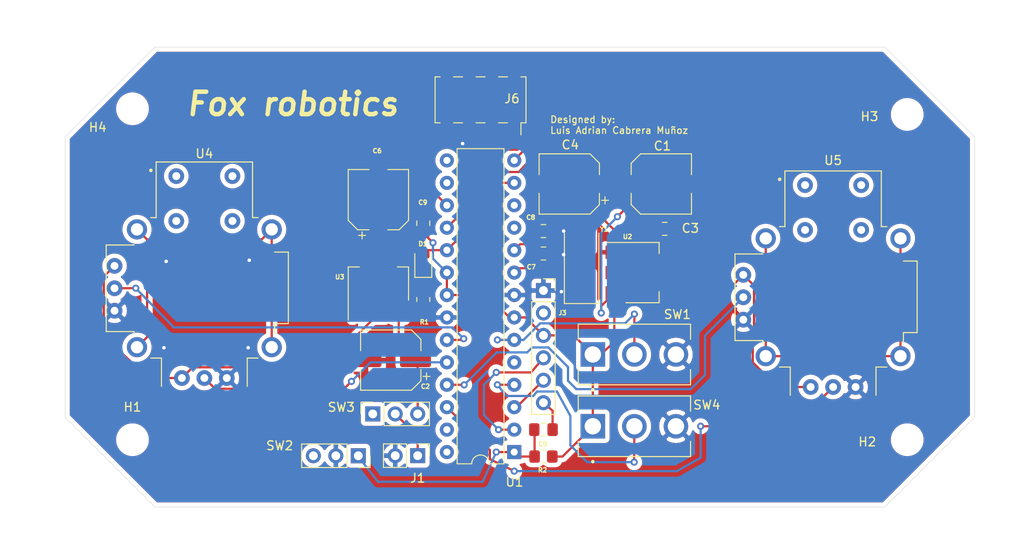
<source format=kicad_pcb>
(kicad_pcb (version 20171130) (host pcbnew "(5.1.12)-1")
  (layers (0 F.Cu signal) (31 B.Cu signal) (34 B.Paste user) (35 F.Paste user) (36 B.SilkS user) (37 F.SilkS user) (38 B.Mask user) (39 F.Mask user) (44 Edge.Cuts user))
  (net 0 "")
  (net 1 Xout_L)
  (net 2 "Net-(C2-Pad1)")
  (net 3 3.3v)
  (net 4 "Net-(C5-Pad1)")
  (net 5 DTR)
  (net 6 "Net-(C7-Pad2)")
  (net 7 "Net-(C8-Pad2)")
  (net 8 "Net-(D1-Pad1)")
  (net 9 SCK)
  (net 10 "Net-(J1-Pad1)")
  (net 11 Toogle_R)
  (net 12 "Net-(J3-Pad2)")
  (net 13 Rx)
  (net 14 Tx)
  (net 15 Toogle_L)
  (net 16 CE)
  (net 17 CSN)
  (net 18 MOSI)
  (net 19 MISO)
  (net 20 "Net-(U1-Pad15)")
  (net 21 "Net-(U1-Pad5)")
  (net 22 Yout_L)
  (net 23 "Net-(U1-Pad11)")
  (net 24 "Net-(U1-Pad12)")
  (net 25 Yout_R)
  (net 26 "Net-(U4-PadB1A)")
  (net 27 "Net-(U4-PadB2A)")
  (net 28 "Net-(U4-PadS1)")
  (net 29 "Net-(U5-PadS1)")
  (net 30 "Net-(U5-PadB2A)")
  (net 31 "Net-(U5-PadB1A)")
  (net 32 "Net-(SW3-Pad1)")
  (net 33 "Net-(U1-Pad16)")
  (net 34 "Net-(U1-Pad27)")
  (net 35 "Net-(U1-Pad28)")
  (net 36 Xout_R)
  (net 37 GND)
  (net 38 VCC)
  (net 39 "Net-(J6-Pad2)")
  (module MountingHole:MountingHole_2.7mm (layer F.Cu) (at 193.04 82.55)
    (fp_text reference H3 (at -4.2672 0.2413) (layer F.SilkS))
    (fp_text value MountingHole)
    (pad 1 np_thru_hole circle (at 0 0) (size 2.7 2.7) (drill 2.7) (layers *.Cu *.Mask))
  )
  (module MountingHole:MountingHole_2.7mm (layer F.Cu) (at 105.41 81.915)
    (fp_text reference H4 (at -3.937 2.0955) (layer F.SilkS))
    (fp_text value MountingHole)
    (pad 1 np_thru_hole circle (at 0 0) (size 2.7 2.7) (drill 2.7) (layers *.Cu *.Mask))
  )
  (module Capacitor_SMD:C_Elec_6.3x7.7 (layer F.Cu) (at 165.227 90.424)
    (fp_text reference C1 (at 0.127 -4.3053) (layer F.SilkS))
    (fp_text value 100uF)
    (pad 1 smd roundrect (at -2.5375 0) (size 3.325 1.6) (layers F.Cu F.Paste F.Mask) (roundrect_rratio 0.15625) (net 38 VCC))
    (pad 2 smd roundrect (at 2.5375 0) (size 3.325 1.6) (layers F.Cu F.Paste F.Mask) (roundrect_rratio 0.15625) (net 37 GND))
  )
  (module Capacitor_SMD:CP_Elec_6.3x5.4 (layer F.Cu) (at 134.62 110.363 180)
    (fp_text reference C2 (at -3.9243 -2.9845) (layer F.SilkS) (effects (font (size 0.508 0.508) (thickness 0.127))))
    (fp_text value 100uF)
    (pad 2 smd roundrect (at 2.8 0 180) (size 3.5 1.6) (layers F.Cu F.Paste F.Mask) (roundrect_rratio 0.15625) (net 37 GND))
    (pad 1 smd roundrect (at -2.8 0 180) (size 3.5 1.6) (layers F.Cu F.Paste F.Mask) (roundrect_rratio 0.15625) (net 2 "Net-(C2-Pad1)"))
  )
  (module Capacitor_SMD:C_0805_2012Metric_Pad1.18x1.45mm_HandSolder (layer F.Cu) (at 165.608 95.504)
    (fp_text reference C3 (at 2.9083 -0.0635) (layer F.SilkS))
    (fp_text value 0.1uF)
    (pad 1 smd roundrect (at -1.0375 0) (size 1.175 1.45) (layers F.Cu F.Paste F.Mask) (roundrect_rratio 0.212766) (net 3 3.3v))
    (pad 2 smd roundrect (at 1.0375 0) (size 1.175 1.45) (layers F.Cu F.Paste F.Mask) (roundrect_rratio 0.212766) (net 37 GND))
  )
  (module Capacitor_SMD:CP_Elec_6.3x5.4 (layer F.Cu) (at 154.813 90.424 180)
    (fp_text reference C4 (at -0.1143 4.4323) (layer F.SilkS))
    (fp_text value 100uF)
    (pad 1 smd roundrect (at -2.8 0 180) (size 3.5 1.6) (layers F.Cu F.Paste F.Mask) (roundrect_rratio 0.15625) (net 3 3.3v))
    (pad 2 smd roundrect (at 2.8 0 180) (size 3.5 1.6) (layers F.Cu F.Paste F.Mask) (roundrect_rratio 0.15625) (net 37 GND))
  )
  (module Capacitor_SMD:C_0805_2012Metric_Pad1.18x1.45mm_HandSolder (layer F.Cu) (at 151.892 118.237)
    (fp_text reference C5 (at -0.0635 1.6256) (layer F.SilkS) (effects (font (size 0.508 0.508) (thickness 0.127))))
    (fp_text value 0.1uF)
    (pad 1 smd roundrect (at -1.0375 0) (size 1.175 1.45) (layers F.Cu F.Paste F.Mask) (roundrect_rratio 0.212766) (net 4 "Net-(C5-Pad1)"))
    (pad 2 smd roundrect (at 1.0375 0) (size 1.175 1.45) (layers F.Cu F.Paste F.Mask) (roundrect_rratio 0.212766) (net 5 DTR))
  )
  (module Capacitor_SMD:CP_Elec_6.3x5.4 (layer F.Cu) (at 133.223 92.202 90)
    (fp_text reference C6 (at 5.5245 -0.1397 180) (layer F.SilkS) (effects (font (size 0.508 0.508) (thickness 0.127))))
    (fp_text value 100uF)
    (pad 1 smd roundrect (at -2.8 0 90) (size 3.5 1.6) (layers F.Cu F.Paste F.Mask) (roundrect_rratio 0.15625) (net 38 VCC))
    (pad 2 smd roundrect (at 2.8 0 90) (size 3.5 1.6) (layers F.Cu F.Paste F.Mask) (roundrect_rratio 0.15625) (net 37 GND))
  )
  (module Capacitor_SMD:C_0805_2012Metric_Pad1.18x1.45mm_HandSolder (layer F.Cu) (at 151.892 98.298 180)
    (fp_text reference C7 (at 1.3716 -1.524) (layer F.SilkS) (effects (font (size 0.508 0.508) (thickness 0.127))))
    (fp_text value 22pF)
    (pad 1 smd roundrect (at -1.0375 0 180) (size 1.175 1.45) (layers F.Cu F.Paste F.Mask) (roundrect_rratio 0.212766) (net 37 GND))
    (pad 2 smd roundrect (at 1.0375 0 180) (size 1.175 1.45) (layers F.Cu F.Paste F.Mask) (roundrect_rratio 0.212766) (net 6 "Net-(C7-Pad2)"))
  )
  (module Capacitor_SMD:C_0805_2012Metric_Pad1.18x1.45mm_HandSolder (layer F.Cu) (at 151.892 95.758 180)
    (fp_text reference C8 (at 1.4351 1.5494) (layer F.SilkS) (effects (font (size 0.508 0.508) (thickness 0.127))))
    (fp_text value 22pF)
    (pad 2 smd roundrect (at 1.0375 0 180) (size 1.175 1.45) (layers F.Cu F.Paste F.Mask) (roundrect_rratio 0.212766) (net 7 "Net-(C8-Pad2)"))
    (pad 1 smd roundrect (at -1.0375 0 180) (size 1.175 1.45) (layers F.Cu F.Paste F.Mask) (roundrect_rratio 0.212766) (net 37 GND))
  )
  (module Capacitor_SMD:C_0805_2012Metric_Pad1.18x1.45mm_HandSolder (layer F.Cu) (at 138.303 94.869 90)
    (fp_text reference C9 (at 2.3495 -0.0508 180) (layer F.SilkS) (effects (font (size 0.508 0.508) (thickness 0.127))))
    (fp_text value 0.1uF)
    (pad 2 smd roundrect (at 1.0375 0 90) (size 1.175 1.45) (layers F.Cu F.Paste F.Mask) (roundrect_rratio 0.212766) (net 37 GND))
    (pad 1 smd roundrect (at -1.0375 0 90) (size 1.175 1.45) (layers F.Cu F.Paste F.Mask) (roundrect_rratio 0.212766) (net 38 VCC))
  )
  (module LED_SMD:LED_0805_2012Metric (layer F.Cu) (at 138.303 99.314 90)
    (fp_text reference D1 (at 2.1082 -0.0508 180) (layer F.SilkS) (effects (font (size 0.508 0.508) (thickness 0.127))))
    (fp_text value LED)
    (pad 1 smd roundrect (at -0.9375 0 90) (size 0.975 1.4) (layers F.Cu F.Paste F.Mask) (net 8 "Net-(D1-Pad1)"))
    (pad 2 smd roundrect (at 0.9375 0 90) (size 0.975 1.4) (layers F.Cu F.Paste F.Mask) (net 9 SCK))
  )
  (module Resistor_SMD:R_0805_2012Metric_Pad1.20x1.40mm_HandSolder (layer F.Cu) (at 138.303 103.505 90)
    (fp_text reference R1 (at -2.5527 0.1143 180) (layer F.SilkS) (effects (font (size 0.508 0.508) (thickness 0.127))))
    (fp_text value 200)
    (pad 1 smd roundrect (at -1 0 90) (size 1.2 1.4) (layers F.Cu F.Paste F.Mask) (roundrect_rratio 0.208333) (net 37 GND))
    (pad 2 smd roundrect (at 1 0 90) (size 1.2 1.4) (layers F.Cu F.Paste F.Mask) (roundrect_rratio 0.208333) (net 8 "Net-(D1-Pad1)"))
  )
  (module Resistor_SMD:R_0805_2012Metric_Pad1.20x1.40mm_HandSolder (layer F.Cu) (at 151.892 121.285 180)
    (fp_text reference R2 (at 0.1016 -1.5367) (layer F.SilkS) (effects (font (size 0.508 0.508) (thickness 0.127))))
    (fp_text value 10k)
    (pad 2 smd roundrect (at 1 0 180) (size 1.2 1.4) (layers F.Cu F.Paste F.Mask) (roundrect_rratio 0.208333) (net 4 "Net-(C5-Pad1)"))
    (pad 1 smd roundrect (at -1 0 180) (size 1.2 1.4) (layers F.Cu F.Paste F.Mask) (roundrect_rratio 0.208333) (net 38 VCC))
  )
  (module Package_DIP:DIP-28_W7.62mm (layer F.Cu) (at 148.59 120.777 180)
    (fp_text reference U1 (at -0.0254 -3.3909) (layer F.SilkS))
    (fp_text value ATmega328-PU)
    (pad 1 thru_hole rect (at 0 0 180) (size 1.6 1.6) (drill 0.8) (layers *.Cu *.Mask) (net 4 "Net-(C5-Pad1)"))
    (pad 15 thru_hole oval (at 7.62 33.02 180) (size 1.6 1.6) (drill 0.8) (layers *.Cu *.Mask) (net 20 "Net-(U1-Pad15)"))
    (pad 2 thru_hole oval (at 0 2.54 180) (size 1.6 1.6) (drill 0.8) (layers *.Cu *.Mask) (net 13 Rx))
    (pad 16 thru_hole oval (at 7.62 30.48 180) (size 1.6 1.6) (drill 0.8) (layers *.Cu *.Mask) (net 33 "Net-(U1-Pad16)"))
    (pad 3 thru_hole oval (at 0 5.08 180) (size 1.6 1.6) (drill 0.8) (layers *.Cu *.Mask) (net 14 Tx))
    (pad 17 thru_hole oval (at 7.62 27.94 180) (size 1.6 1.6) (drill 0.8) (layers *.Cu *.Mask) (net 18 MOSI))
    (pad 4 thru_hole oval (at 0 7.62 180) (size 1.6 1.6) (drill 0.8) (layers *.Cu *.Mask) (net 15 Toogle_L))
    (pad 18 thru_hole oval (at 7.62 25.4 180) (size 1.6 1.6) (drill 0.8) (layers *.Cu *.Mask) (net 19 MISO))
    (pad 5 thru_hole oval (at 0 10.16 180) (size 1.6 1.6) (drill 0.8) (layers *.Cu *.Mask) (net 21 "Net-(U1-Pad5)"))
    (pad 19 thru_hole oval (at 7.62 22.86 180) (size 1.6 1.6) (drill 0.8) (layers *.Cu *.Mask) (net 9 SCK))
    (pad 6 thru_hole oval (at 0 12.7 180) (size 1.6 1.6) (drill 0.8) (layers *.Cu *.Mask) (net 11 Toogle_R))
    (pad 20 thru_hole oval (at 7.62 20.32 180) (size 1.6 1.6) (drill 0.8) (layers *.Cu *.Mask) (net 38 VCC))
    (pad 7 thru_hole oval (at 0 15.24 180) (size 1.6 1.6) (drill 0.8) (layers *.Cu *.Mask) (net 38 VCC))
    (pad 21 thru_hole oval (at 7.62 17.78 180) (size 1.6 1.6) (drill 0.8) (layers *.Cu *.Mask) (net 38 VCC))
    (pad 8 thru_hole oval (at 0 17.78 180) (size 1.6 1.6) (drill 0.8) (layers *.Cu *.Mask) (net 37 GND))
    (pad 22 thru_hole oval (at 7.62 15.24 180) (size 1.6 1.6) (drill 0.8) (layers *.Cu *.Mask) (net 37 GND))
    (pad 9 thru_hole oval (at 0 20.32 180) (size 1.6 1.6) (drill 0.8) (layers *.Cu *.Mask) (net 6 "Net-(C7-Pad2)"))
    (pad 23 thru_hole oval (at 7.62 12.7 180) (size 1.6 1.6) (drill 0.8) (layers *.Cu *.Mask) (net 1 Xout_L))
    (pad 10 thru_hole oval (at 0 22.86 180) (size 1.6 1.6) (drill 0.8) (layers *.Cu *.Mask) (net 7 "Net-(C8-Pad2)"))
    (pad 24 thru_hole oval (at 7.62 10.16 180) (size 1.6 1.6) (drill 0.8) (layers *.Cu *.Mask) (net 22 Yout_L))
    (pad 11 thru_hole oval (at 0 25.4 180) (size 1.6 1.6) (drill 0.8) (layers *.Cu *.Mask) (net 23 "Net-(U1-Pad11)"))
    (pad 25 thru_hole oval (at 7.62 7.62 180) (size 1.6 1.6) (drill 0.8) (layers *.Cu *.Mask) (net 36 Xout_R))
    (pad 12 thru_hole oval (at 0 27.94 180) (size 1.6 1.6) (drill 0.8) (layers *.Cu *.Mask) (net 24 "Net-(U1-Pad12)"))
    (pad 26 thru_hole oval (at 7.62 5.08 180) (size 1.6 1.6) (drill 0.8) (layers *.Cu *.Mask) (net 25 Yout_R))
    (pad 13 thru_hole oval (at 0 30.48 180) (size 1.6 1.6) (drill 0.8) (layers *.Cu *.Mask) (net 16 CE))
    (pad 27 thru_hole oval (at 7.62 2.54 180) (size 1.6 1.6) (drill 0.8) (layers *.Cu *.Mask) (net 34 "Net-(U1-Pad27)"))
    (pad 14 thru_hole oval (at 0 33.02 180) (size 1.6 1.6) (drill 0.8) (layers *.Cu *.Mask) (net 17 CSN))
    (pad 28 thru_hole oval (at 7.62 0 180) (size 1.6 1.6) (drill 0.8) (layers *.Cu *.Mask) (net 35 "Net-(U1-Pad28)"))
  )
  (module Package_TO_SOT_SMD:SOT-223-3_TabPin2 (layer F.Cu) (at 163.068 100.457)
    (fp_text reference U2 (at -1.6637 -4.064) (layer F.SilkS) (effects (font (size 0.508 0.508) (thickness 0.127))))
    (fp_text value AMS1117-3.3)
    (pad 1 smd rect (at -3.15 -2.3) (size 2 1.5) (layers F.Cu F.Paste F.Mask) (net 37 GND))
    (pad 3 smd rect (at -3.15 2.3) (size 2 1.5) (layers F.Cu F.Paste F.Mask) (net 38 VCC))
    (pad 2 smd rect (at -3.15 0) (size 2 1.5) (layers F.Cu F.Paste F.Mask) (net 3 3.3v))
    (pad 2 smd rect (at 3.15 0) (size 2 3.8) (layers F.Cu F.Paste F.Mask) (net 3 3.3v))
  )
  (module Package_TO_SOT_SMD:SOT-223-3_TabPin2 (layer F.Cu) (at 133.223 101.727 90)
    (fp_text reference U3 (at 0.7747 -4.3688 180) (layer F.SilkS) (effects (font (size 0.508 0.508) (thickness 0.127))))
    (fp_text value AMS1117-5.0)
    (pad 2 smd rect (at 3.15 0 90) (size 2 3.8) (layers F.Cu F.Paste F.Mask) (net 38 VCC))
    (pad 2 smd rect (at -3.15 0 90) (size 2 1.5) (layers F.Cu F.Paste F.Mask) (net 38 VCC))
    (pad 3 smd rect (at -3.15 2.3 90) (size 2 1.5) (layers F.Cu F.Paste F.Mask) (net 2 "Net-(C2-Pad1)"))
    (pad 1 smd rect (at -3.15 -2.3 90) (size 2 1.5) (layers F.Cu F.Paste F.Mask) (net 37 GND))
  )
  (module Footprint_Transmisor:XDCR_COM-09032 (layer F.Cu) (at 113.538 102.235)
    (fp_text reference U4 (at 0 -15.24) (layer F.SilkS))
    (fp_text value JOYSTICK_L)
    (pad B1A thru_hole circle (at -3.175 -12.7) (size 1.778 1.778) (drill 0.9) (layers *.Cu *.Mask) (net 26 "Net-(U4-PadB1A)"))
    (pad B1B thru_hole circle (at 3.175 -12.7) (size 1.778 1.778) (drill 0.9) (layers *.Cu *.Mask))
    (pad B2A thru_hole circle (at -3.175 -7.62) (size 1.778 1.778) (drill 0.9) (layers *.Cu *.Mask) (net 27 "Net-(U4-PadB2A)"))
    (pad B2B thru_hole circle (at 3.175 -7.62) (size 1.778 1.778) (drill 0.9) (layers *.Cu *.Mask))
    (pad H1 thru_hole circle (at -2.54 10.16) (size 1.778 1.778) (drill 0.889) (layers *.Cu *.Mask) (net 38 VCC))
    (pad H2 thru_hole circle (at 0 10.16) (size 1.778 1.778) (drill 0.889) (layers *.Cu *.Mask) (net 22 Yout_L))
    (pad H3 thru_hole circle (at 2.54 10.16) (size 1.778 1.778) (drill 0.889) (layers *.Cu *.Mask) (net 37 GND))
    (pad S1 thru_hole circle (at -7.62 -6.6675) (size 2.286 2.286) (drill 1.397) (layers *.Cu *.Mask) (net 28 "Net-(U4-PadS1)"))
    (pad S2 thru_hole circle (at -7.62 6.6675) (size 2.286 2.286) (drill 1.397) (layers *.Cu *.Mask) (net 28 "Net-(U4-PadS1)"))
    (pad S3 thru_hole circle (at 7.62 6.6675) (size 2.286 2.286) (drill 1.397) (layers *.Cu *.Mask) (net 28 "Net-(U4-PadS1)"))
    (pad S4 thru_hole circle (at 7.62 -6.6675) (size 2.286 2.286) (drill 1.397) (layers *.Cu *.Mask) (net 28 "Net-(U4-PadS1)"))
    (pad V1 thru_hole circle (at -10.16 -2.54) (size 1.778 1.778) (drill 0.889) (layers *.Cu *.Mask) (net 38 VCC))
    (pad V2 thru_hole circle (at -10.16 0) (size 1.778 1.778) (drill 0.889) (layers *.Cu *.Mask) (net 1 Xout_L))
    (pad V3 thru_hole circle (at -10.16 2.54) (size 1.778 1.778) (drill 0.889) (layers *.Cu *.Mask) (net 37 GND))
  )
  (module Footprint_Transmisor:XDCR_COM-09032 (layer F.Cu) (at 184.658 103.251)
    (fp_text reference U5 (at 0 -15.494) (layer F.SilkS))
    (fp_text value JOYSTICK_R)
    (pad V3 thru_hole circle (at -10.16 2.54) (size 1.778 1.778) (drill 0.889) (layers *.Cu *.Mask) (net 37 GND))
    (pad V2 thru_hole circle (at -10.16 0) (size 1.778 1.778) (drill 0.889) (layers *.Cu *.Mask) (net 36 Xout_R))
    (pad V1 thru_hole circle (at -10.16 -2.54) (size 1.778 1.778) (drill 0.889) (layers *.Cu *.Mask) (net 38 VCC))
    (pad S4 thru_hole circle (at 7.62 -6.6675) (size 2.286 2.286) (drill 1.397) (layers *.Cu *.Mask) (net 29 "Net-(U5-PadS1)"))
    (pad S3 thru_hole circle (at 7.62 6.6675) (size 2.286 2.286) (drill 1.397) (layers *.Cu *.Mask) (net 29 "Net-(U5-PadS1)"))
    (pad S2 thru_hole circle (at -7.62 6.6675) (size 2.286 2.286) (drill 1.397) (layers *.Cu *.Mask) (net 29 "Net-(U5-PadS1)"))
    (pad S1 thru_hole circle (at -7.62 -6.6675) (size 2.286 2.286) (drill 1.397) (layers *.Cu *.Mask) (net 29 "Net-(U5-PadS1)"))
    (pad H3 thru_hole circle (at 2.54 10.16) (size 1.778 1.778) (drill 0.889) (layers *.Cu *.Mask) (net 37 GND))
    (pad H2 thru_hole circle (at 0 10.16) (size 1.778 1.778) (drill 0.889) (layers *.Cu *.Mask) (net 25 Yout_R))
    (pad H1 thru_hole circle (at -2.54 10.16) (size 1.778 1.778) (drill 0.889) (layers *.Cu *.Mask) (net 38 VCC))
    (pad B2B thru_hole circle (at 3.175 -7.62) (size 1.778 1.778) (drill 0.9) (layers *.Cu *.Mask))
    (pad B2A thru_hole circle (at -3.175 -7.62) (size 1.778 1.778) (drill 0.9) (layers *.Cu *.Mask) (net 30 "Net-(U5-PadB2A)"))
    (pad B1B thru_hole circle (at 3.175 -12.7) (size 1.778 1.778) (drill 0.9) (layers *.Cu *.Mask))
    (pad B1A thru_hole circle (at -3.175 -12.7) (size 1.778 1.778) (drill 0.9) (layers *.Cu *.Mask) (net 31 "Net-(U5-PadB1A)"))
  )
  (module Connector_PinHeader_2.54mm:PinHeader_1x02_P2.54mm_Vertical (layer F.Cu) (at 137.668 121.1834 270)
    (fp_text reference J1 (at 2.54 0 180) (layer F.SilkS))
    (fp_text value Battery)
    (pad 1 thru_hole rect (at 0 0 270) (size 1.7 1.7) (drill 1) (layers *.Cu *.Mask) (net 10 "Net-(J1-Pad1)"))
    (pad 2 thru_hole oval (at 0 2.54 270) (size 1.7 1.7) (drill 1) (layers *.Cu *.Mask) (net 37 GND))
  )
  (module Connector_PinSocket_2.54mm:PinSocket_1x06_P2.54mm_Vertical (layer F.Cu) (at 151.892 102.489)
    (fp_text reference J3 (at 2.159 2.5273) (layer F.SilkS) (effects (font (size 0.508 0.508) (thickness 0.127))))
    (fp_text value Conn_01x06_Male)
    (pad 1 thru_hole rect (at 0 0) (size 1.7 1.7) (drill 1) (layers *.Cu *.Mask) (net 37 GND))
    (pad 2 thru_hole oval (at 0 2.54) (size 1.7 1.7) (drill 1) (layers *.Cu *.Mask) (net 12 "Net-(J3-Pad2)"))
    (pad 3 thru_hole oval (at 0 5.08) (size 1.7 1.7) (drill 1) (layers *.Cu *.Mask) (net 38 VCC))
    (pad 4 thru_hole oval (at 0 7.62) (size 1.7 1.7) (drill 1) (layers *.Cu *.Mask) (net 13 Rx))
    (pad 5 thru_hole oval (at 0 10.16) (size 1.7 1.7) (drill 1) (layers *.Cu *.Mask) (net 14 Tx))
    (pad 6 thru_hole oval (at 0 12.7) (size 1.7 1.7) (drill 1) (layers *.Cu *.Mask) (net 5 DTR))
  )
  (module Connector_PinSocket_2.54mm:PinSocket_2x04_P2.54mm_Vertical_SMD (layer F.Cu) (at 144.78 80.899 270)
    (fp_text reference J6 (at -0.127 -3.556 180) (layer F.SilkS))
    (fp_text value Conn_01x08_Male)
    (pad 1 smd rect (at 2.52 -3.81 270) (size 3 1) (layers F.Cu F.Paste F.Mask) (net 19 MISO))
    (pad 2 smd rect (at -2.52 -3.81 270) (size 3 1) (layers F.Cu F.Paste F.Mask) (net 39 "Net-(J6-Pad2)"))
    (pad 3 smd rect (at 2.52 -1.27 270) (size 3 1) (layers F.Cu F.Paste F.Mask) (net 9 SCK))
    (pad 4 smd rect (at -2.52 -1.27 270) (size 3 1) (layers F.Cu F.Paste F.Mask) (net 18 MOSI))
    (pad 5 smd rect (at 2.52 1.27 270) (size 3 1) (layers F.Cu F.Paste F.Mask) (net 16 CE))
    (pad 6 smd rect (at -2.52 1.27 270) (size 3 1) (layers F.Cu F.Paste F.Mask) (net 17 CSN))
    (pad 7 smd rect (at 2.52 3.81 270) (size 3 1) (layers F.Cu F.Paste F.Mask) (net 37 GND))
    (pad 8 smd rect (at -2.52 3.81 270) (size 3 1) (layers F.Cu F.Paste F.Mask) (net 3 3.3v))
  )
  (module Connector_PinSocket_2.54mm:PinSocket_1x03_P2.54mm_Vertical (layer F.Cu) (at 130.9497 121.1961 270)
    (fp_text reference SW2 (at -1.143 8.89 180) (layer F.SilkS))
    (fp_text value SW_Push)
    (pad 3 thru_hole oval (at 0 5.08 270) (size 1.7 1.7) (drill 1) (layers *.Cu *.Mask))
    (pad 2 thru_hole oval (at 0 2.54 270) (size 1.7 1.7) (drill 1) (layers *.Cu *.Mask) (net 37 GND))
    (pad 1 thru_hole rect (at 0 0 270) (size 1.7 1.7) (drill 1) (layers *.Cu *.Mask) (net 4 "Net-(C5-Pad1)"))
  )
  (module Connector_PinSocket_2.54mm:PinSocket_1x03_P2.54mm_Vertical (layer F.Cu) (at 132.588 116.459 90)
    (fp_text reference SW3 (at 0.762 -3.556 180) (layer F.SilkS))
    (fp_text value SW_SPDT)
    (pad 1 thru_hole rect (at 0 0 90) (size 1.7 1.7) (drill 1) (layers *.Cu *.Mask) (net 32 "Net-(SW3-Pad1)"))
    (pad 2 thru_hole oval (at 0 2.54 90) (size 1.7 1.7) (drill 1) (layers *.Cu *.Mask) (net 10 "Net-(J1-Pad1)"))
    (pad 3 thru_hole oval (at 0 5.08 90) (size 1.7 1.7) (drill 1) (layers *.Cu *.Mask) (net 2 "Net-(C2-Pad1)"))
  )
  (module Crystal:Crystal_SMD_0603-2Pin_6.0x3.5mm_HandSoldering (layer F.Cu) (at 156.21 99.187 90)
    (fp_text reference Y1 (at 3.6322 2.54 180) (layer F.SilkS) (effects (font (size 0.508 0.508) (thickness 0.127))))
    (fp_text value Crystal)
    (pad 1 smd rect (at -2.9125 0 90) (size 3.325 2.5) (layers F.Cu F.Paste F.Mask) (net 6 "Net-(C7-Pad2)"))
    (pad 2 smd rect (at 2.9125 0 90) (size 3.325 2.5) (layers F.Cu F.Paste F.Mask) (net 7 "Net-(C8-Pad2)"))
  )
  (module Footprint_Transmisor:SW_100SP1T1B4M2QE (layer F.Cu) (at 162.179 109.728 90)
    (fp_text reference SW1 (at 4.5339 4.8641 180) (layer F.SilkS))
    (fp_text value SW_SPDT)
    (pad 3 thru_hole circle (at 0 4.7 90) (size 2.775 2.775) (drill 1.85) (layers *.Cu *.Mask) (net 37 GND))
    (pad 2 thru_hole circle (at 0 0 90) (size 2.775 2.775) (drill 1.85) (layers *.Cu *.Mask) (net 11 Toogle_R))
    (pad 1 thru_hole rect (at 0 -4.7 90) (size 2.775 2.775) (drill 1.85) (layers *.Cu *.Mask) (net 38 VCC))
  )
  (module Footprint_Transmisor:SW_100SP1T1B4M2QE (layer F.Cu) (at 162.179 117.856 90)
    (fp_text reference SW4 (at 2.413 8.1915 180) (layer F.SilkS))
    (fp_text value SW_SPDT)
    (pad 1 thru_hole rect (at 0 -4.7 90) (size 2.775 2.775) (drill 1.85) (layers *.Cu *.Mask) (net 38 VCC))
    (pad 2 thru_hole circle (at 0 0 90) (size 2.775 2.775) (drill 1.85) (layers *.Cu *.Mask) (net 15 Toogle_L))
    (pad 3 thru_hole circle (at 0 4.7 90) (size 2.775 2.775) (drill 1.85) (layers *.Cu *.Mask) (net 37 GND))
  )
  (module MountingHole:MountingHole_2.7mm (layer F.Cu) (at 105.41 119.38)
    (fp_text reference H1 (at 0 -3.7) (layer F.SilkS))
    (fp_text value MountingHole)
    (pad 1 np_thru_hole circle (at 0 0) (size 2.7 2.7) (drill 2.7) (layers *.Cu *.Mask))
  )
  (module MountingHole:MountingHole_2.7mm (layer F.Cu) (at 193.04 119.38)
    (fp_text reference H2 (at -4.5212 0.2413) (layer F.SilkS))
    (fp_text value MountingHole)
    (pad 1 np_thru_hole circle (at 0 0) (size 2.7 2.7) (drill 2.7) (layers *.Cu *.Mask))
  )
  (gr_line (start 200.66 116.84) (end 200.66 85.09) (layer Edge.Cuts) (width 0.05))
  (gr_line (start 97.79 85.09) (end 97.79 116.84) (layer Edge.Cuts) (width 0.05))
  (gr_line (start 190.5 74.93) (end 107.95 74.93) (layer Edge.Cuts) (width 0.05))
  (gr_line (start 107.95 127) (end 190.5 127) (layer Edge.Cuts) (width 0.05))
  (gr_line (start 200.66 85.09) (end 190.5 74.93) (layer Edge.Cuts) (width 0.05))
  (gr_line (start 200.66 116.84) (end 190.5 127) (layer Edge.Cuts) (width 0.05))
  (gr_line (start 107.95 74.93) (end 97.79 85.09) (layer Edge.Cuts) (width 0.05))
  (gr_line (start 107.95 127) (end 97.79 116.84) (layer Edge.Cuts) (width 0.05))
  (gr_text "Fox robotics" (at 123.5456 81.3689) (layer F.SilkS) (effects (font (size 2.54 2.54) (thickness 0.508) italic)))
  (gr_text "Designed by:\nLuis Adrian Cabrera Muñoz" (at 152.5905 83.7438) (layer F.SilkS) (effects (font (size 0.762 0.762) (thickness 0.127)) (justify left)))
  (via (at 142.875 107.95) (size 0.8) (drill 0.4) (layers F.Cu B.Cu) (net 1))
  (segment (start 142.748 108.077) (end 142.875 107.95) (width 0.25) (layer F.Cu) (net 1))
  (segment (start 140.97 108.077) (end 142.748 108.077) (width 0.25) (layer F.Cu) (net 1))
  (segment (start 141.587001 106.662001) (end 110.109 106.662001) (width 0.25) (layer B.Cu) (net 1))
  (segment (start 142.875 107.95) (end 141.587001 106.662001) (width 0.25) (layer B.Cu) (net 1))
  (segment (start 105.7783 102.2223) (end 103.378 102.235) (width 0.25) (layer F.Cu) (net 1))
  (segment (start 110.091001 106.662001) (end 105.7783 102.2223) (width 0.25) (layer B.Cu) (net 1))
  (via (at 105.7783 102.2223) (size 0.8) (drill 0.4) (layers F.Cu B.Cu) (net 1))
  (segment (start 135.89 104.877) (end 135.89 104.40563) (width 0.25) (layer F.Cu) (net 2))
  (segment (start 137.668 110.611) (end 137.42 110.363) (width 0.25) (layer F.Cu) (net 2))
  (segment (start 137.668 116.459) (end 137.668 110.611) (width 0.25) (layer F.Cu) (net 2))
  (segment (start 138.19 109.593) (end 137.42 110.363) (width 0.25) (layer F.Cu) (net 2))
  (segment (start 135.523 108.466) (end 137.42 110.363) (width 0.25) (layer F.Cu) (net 2))
  (segment (start 135.523 104.877) (end 135.523 108.466) (width 0.25) (layer F.Cu) (net 2))
  (segment (start 166.218 100.457) (end 159.918 100.457) (width 0.25) (layer F.Cu) (net 3))
  (segment (start 158.877 91.688) (end 157.613 90.424) (width 0.25) (layer F.Cu) (net 3))
  (segment (start 166.218 97.1515) (end 164.5705 95.504) (width 0.25) (layer F.Cu) (net 3))
  (segment (start 166.218 100.457) (end 166.218 97.1515) (width 0.25) (layer F.Cu) (net 3))
  (segment (start 159.766 95.504) (end 158.877 94.615) (width 0.25) (layer F.Cu) (net 3))
  (segment (start 164.5705 95.504) (end 159.766 95.504) (width 0.25) (layer F.Cu) (net 3))
  (segment (start 158.877 94.615) (end 158.877 91.688) (width 0.25) (layer F.Cu) (net 3))
  (segment (start 140.97 78.379) (end 143.245011 80.654011) (width 0.25) (layer F.Cu) (net 3))
  (segment (start 147.3708 86.5378) (end 146.95002 86.95858) (width 0.25) (layer F.Cu) (net 3))
  (segment (start 143.245011 80.654011) (end 149.046423 80.654011) (width 0.25) (layer F.Cu) (net 3))
  (segment (start 149.046423 80.654011) (end 149.865011 81.472599) (width 0.25) (layer F.Cu) (net 3))
  (segment (start 158.6357 87.4395) (end 158.6357 89.0397) (width 0.25) (layer F.Cu) (net 3))
  (segment (start 149.865011 81.472599) (end 149.865011 85.656489) (width 0.25) (layer F.Cu) (net 3))
  (segment (start 146.95002 86.95858) (end 146.95002 88.28872) (width 0.25) (layer F.Cu) (net 3))
  (segment (start 158.6357 89.0397) (end 157.613 90.424) (width 0.25) (layer F.Cu) (net 3))
  (segment (start 157.5689 86.4489) (end 158.6357 87.4395) (width 0.25) (layer F.Cu) (net 3))
  (segment (start 148.971 86.5378) (end 147.3708 86.5378) (width 0.25) (layer F.Cu) (net 3))
  (segment (start 149.865011 85.656489) (end 148.971 86.5378) (width 0.25) (layer F.Cu) (net 3))
  (segment (start 146.95002 88.28872) (end 147.5994 89.0651) (width 0.25) (layer F.Cu) (net 3))
  (segment (start 147.5994 89.0651) (end 149.1107 89.0651) (width 0.25) (layer F.Cu) (net 3))
  (segment (start 150.9141 86.5886) (end 157.5689 86.4489) (width 0.25) (layer F.Cu) (net 3))
  (segment (start 149.1107 89.0651) (end 150.9141 87.097902) (width 0.25) (layer F.Cu) (net 3))
  (segment (start 150.9141 87.097902) (end 150.9141 86.5886) (width 0.25) (layer F.Cu) (net 3))
  (segment (start 149.098 121.285) (end 148.59 120.777) (width 0.25) (layer F.Cu) (net 4))
  (segment (start 150.892 121.285) (end 149.098 121.285) (width 0.25) (layer F.Cu) (net 4))
  (segment (start 150.892 118.2745) (end 150.8545 118.237) (width 0.25) (layer F.Cu) (net 4))
  (segment (start 150.892 121.285) (end 150.892 118.2745) (width 0.25) (layer F.Cu) (net 4))
  (via (at 146.558 120.777) (size 0.8) (drill 0.4) (layers F.Cu B.Cu) (net 4))
  (segment (start 148.59 120.777) (end 146.558 120.777) (width 0.25) (layer F.Cu) (net 4))
  (segment (start 133.1849 124.1425) (end 130.8735 121.1961) (width 0.25) (layer B.Cu) (net 4))
  (segment (start 145.0213 124.1425) (end 133.1849 124.1425) (width 0.25) (layer B.Cu) (net 4))
  (segment (start 146.558 120.777) (end 145.0213 124.1425) (width 0.25) (layer B.Cu) (net 4))
  (segment (start 152.9295 116.09809) (end 151.892 115.189) (width 0.25) (layer F.Cu) (net 5))
  (segment (start 152.9295 118.237) (end 152.9295 116.09809) (width 0.25) (layer F.Cu) (net 5))
  (segment (start 150.8545 98.298) (end 150.749 98.298) (width 0.25) (layer F.Cu) (net 6))
  (segment (start 156.21 102.0995) (end 156.21 101.6635) (width 0.25) (layer F.Cu) (net 6))
  (segment (start 156.21 101.6635) (end 154.5082 99.9617) (width 0.25) (layer F.Cu) (net 6))
  (segment (start 149.0853 99.9617) (end 148.59 100.457) (width 0.25) (layer F.Cu) (net 6))
  (segment (start 154.5082 99.9617) (end 149.0853 99.9617) (width 0.25) (layer F.Cu) (net 6))
  (segment (start 150.8545 98.298) (end 150.8545 98.7083) (width 0.25) (layer F.Cu) (net 6))
  (segment (start 150.8545 98.7083) (end 151.5491 99.4029) (width 0.25) (layer F.Cu) (net 6))
  (segment (start 151.5491 99.4029) (end 155.702 99.4029) (width 0.25) (layer F.Cu) (net 6))
  (segment (start 156.21 99.9109) (end 156.21 102.0995) (width 0.25) (layer F.Cu) (net 6))
  (segment (start 155.702 99.4029) (end 156.21 99.9109) (width 0.25) (layer F.Cu) (net 6))
  (segment (start 149.25901 97.24799) (end 148.59 97.917) (width 0.25) (layer F.Cu) (net 7))
  (segment (start 155.23651 97.24799) (end 149.25901 97.24799) (width 0.25) (layer F.Cu) (net 7))
  (segment (start 156.21 96.2745) (end 155.23651 97.24799) (width 0.25) (layer F.Cu) (net 7))
  (segment (start 154.64349 94.70799) (end 156.21 96.2745) (width 0.25) (layer F.Cu) (net 7))
  (segment (start 151.90451 94.70799) (end 154.64349 94.70799) (width 0.25) (layer F.Cu) (net 7))
  (segment (start 150.8545 95.758) (end 151.90451 94.70799) (width 0.25) (layer F.Cu) (net 7))
  (segment (start 138.303 100.2515) (end 138.303 102.505) (width 0.25) (layer F.Cu) (net 8))
  (segment (start 138.7625 97.917) (end 138.303 98.3765) (width 0.25) (layer F.Cu) (net 9))
  (segment (start 140.97 97.917) (end 138.7625 97.917) (width 0.25) (layer F.Cu) (net 9))
  (segment (start 146.05 92.837) (end 140.97 97.917) (width 0.25) (layer F.Cu) (net 9))
  (segment (start 146.05 83.419) (end 146.05 92.837) (width 0.25) (layer F.Cu) (net 9))
  (segment (start 137.668 118.999) (end 135.128 116.459) (width 0.25) (layer F.Cu) (net 10))
  (segment (start 137.668 121.1834) (end 137.668 118.999) (width 0.25) (layer F.Cu) (net 10))
  (via (at 146.685 108.077) (size 0.8) (drill 0.4) (layers F.Cu B.Cu) (net 11))
  (segment (start 148.59 108.077) (end 146.685 108.077) (width 0.25) (layer F.Cu) (net 11))
  (via (at 162.179 105.156) (size 0.8) (drill 0.4) (layers F.Cu B.Cu) (net 11))
  (segment (start 162.179 105.156) (end 162.179 109.728) (width 0.25) (layer F.Cu) (net 11))
  (segment (start 161.130999 106.204001) (end 162.179 105.156) (width 0.25) (layer B.Cu) (net 11))
  (segment (start 151.517997 106.204001) (end 161.130999 106.204001) (width 0.25) (layer B.Cu) (net 11))
  (segment (start 149.644998 108.077) (end 151.517997 106.204001) (width 0.25) (layer B.Cu) (net 11))
  (segment (start 146.685 108.077) (end 149.644998 108.077) (width 0.25) (layer B.Cu) (net 11))
  (via (at 146.812 118.237) (size 0.8) (drill 0.4) (layers F.Cu B.Cu) (net 13))
  (segment (start 148.59 118.237) (end 146.812 118.237) (width 0.25) (layer F.Cu) (net 13))
  (segment (start 146.812 118.237) (end 145.161 116.586) (width 0.25) (layer B.Cu) (net 13))
  (via (at 146.558 111.76) (size 0.8) (drill 0.4) (layers F.Cu B.Cu) (net 13))
  (segment (start 145.161 113.157) (end 146.558 111.76) (width 0.25) (layer B.Cu) (net 13))
  (segment (start 145.161 116.586) (end 145.161 113.157) (width 0.25) (layer B.Cu) (net 13))
  (segment (start 150.495 111.76) (end 151.892 110.109) (width 0.25) (layer F.Cu) (net 13))
  (segment (start 146.558 111.76) (end 150.495 111.76) (width 0.25) (layer F.Cu) (net 13))
  (segment (start 148.844 115.697) (end 148.59 115.697) (width 0.25) (layer F.Cu) (net 14))
  (segment (start 151.892 112.649) (end 148.844 115.697) (width 0.25) (layer F.Cu) (net 14))
  (segment (start 148.59 113.157) (end 146.685 113.157) (width 0.25) (layer F.Cu) (net 15))
  (via (at 146.685 113.157) (size 0.8) (drill 0.4) (layers F.Cu B.Cu) (net 15))
  (via (at 162.1536 121.92) (size 0.8) (drill 0.4) (layers F.Cu B.Cu) (net 15))
  (segment (start 162.1536 121.92) (end 162.179 117.856) (width 0.25) (layer F.Cu) (net 15))
  (segment (start 147.701 114.427) (end 146.685 113.157) (width 0.25) (layer B.Cu) (net 15))
  (segment (start 150.749 114.427) (end 147.701 114.427) (width 0.25) (layer B.Cu) (net 15))
  (segment (start 151.162001 113.919) (end 150.749 114.427) (width 0.25) (layer B.Cu) (net 15))
  (segment (start 153.416 113.919) (end 151.162001 113.919) (width 0.25) (layer B.Cu) (net 15))
  (segment (start 154.94 116.687268) (end 153.416 113.919) (width 0.25) (layer B.Cu) (net 15))
  (segment (start 154.94 120.015) (end 154.94 116.687268) (width 0.25) (layer B.Cu) (net 15))
  (segment (start 156.845 121.92) (end 154.94 120.015) (width 0.25) (layer B.Cu) (net 15))
  (segment (start 162.1536 121.92) (end 156.845 121.92) (width 0.25) (layer B.Cu) (net 15))
  (segment (start 149.415001 85.179001) (end 148.589602 86.0044) (width 0.25) (layer F.Cu) (net 16))
  (segment (start 149.415001 81.658999) (end 149.415001 85.179001) (width 0.25) (layer F.Cu) (net 16))
  (segment (start 148.899991 81.143989) (end 149.415001 81.658999) (width 0.25) (layer F.Cu) (net 16))
  (segment (start 145.103599 81.143989) (end 148.899991 81.143989) (width 0.25) (layer F.Cu) (net 16))
  (segment (start 143.51 82.737588) (end 145.103599 81.143989) (width 0.25) (layer F.Cu) (net 16))
  (segment (start 143.51 83.419) (end 143.51 82.737588) (width 0.25) (layer F.Cu) (net 16))
  (segment (start 146.9517 86.0044) (end 146.50001 86.45609) (width 0.25) (layer F.Cu) (net 16))
  (segment (start 148.589602 86.0044) (end 146.9517 86.0044) (width 0.25) (layer F.Cu) (net 16))
  (segment (start 146.50001 86.45609) (end 146.50001 89.74371) (width 0.25) (layer F.Cu) (net 16))
  (segment (start 147.0533 90.297) (end 148.59 90.297) (width 0.25) (layer F.Cu) (net 16))
  (segment (start 146.50001 89.74371) (end 147.0533 90.297) (width 0.25) (layer F.Cu) (net 16))
  (segment (start 150.5966 81.1657) (end 150.5966 85.6234) (width 0.25) (layer F.Cu) (net 17))
  (segment (start 149.647601 80.204001) (end 150.5966 81.1657) (width 0.25) (layer F.Cu) (net 17))
  (segment (start 143.585001 80.204001) (end 149.647601 80.204001) (width 0.25) (layer F.Cu) (net 17))
  (segment (start 150.5966 85.6234) (end 148.59 87.757) (width 0.25) (layer F.Cu) (net 17))
  (segment (start 143.51 80.129) (end 143.585001 80.204001) (width 0.25) (layer F.Cu) (net 17))
  (segment (start 143.51 78.379) (end 143.51 80.129) (width 0.25) (layer F.Cu) (net 17))
  (segment (start 140.209999 76.553999) (end 138.4808 78.283198) (width 0.25) (layer F.Cu) (net 18))
  (segment (start 145.974999 76.553999) (end 140.209999 76.553999) (width 0.25) (layer F.Cu) (net 18))
  (segment (start 146.05 76.629) (end 145.974999 76.553999) (width 0.25) (layer F.Cu) (net 18))
  (segment (start 146.05 78.379) (end 146.05 76.629) (width 0.25) (layer F.Cu) (net 18))
  (segment (start 138.4808 90.3478) (end 140.97 92.837) (width 0.25) (layer F.Cu) (net 18))
  (segment (start 138.4808 78.283198) (end 138.4808 90.3478) (width 0.25) (layer F.Cu) (net 18))
  (segment (start 144.1831 92.1639) (end 140.97 95.377) (width 0.25) (layer F.Cu) (net 19))
  (segment (start 145.0213 91.2876) (end 144.1831 92.1639) (width 0.25) (layer F.Cu) (net 19))
  (segment (start 145.0594 81.824598) (end 145.0213 91.2876) (width 0.25) (layer F.Cu) (net 19))
  (segment (start 145.289999 81.593999) (end 145.0594 81.824598) (width 0.25) (layer F.Cu) (net 19))
  (segment (start 148.514999 81.593999) (end 145.289999 81.593999) (width 0.25) (layer F.Cu) (net 19))
  (segment (start 148.59 81.669) (end 148.514999 81.593999) (width 0.25) (layer F.Cu) (net 19))
  (segment (start 148.59 83.419) (end 148.59 81.669) (width 0.25) (layer F.Cu) (net 19))
  (via (at 130.175 112.776) (size 0.8) (drill 0.4) (layers F.Cu B.Cu) (net 22))
  (segment (start 129.341999 113.609001) (end 130.175 112.776) (width 0.25) (layer F.Cu) (net 22))
  (segment (start 114.752001 113.609001) (end 129.341999 113.609001) (width 0.25) (layer F.Cu) (net 22))
  (segment (start 113.538 112.395) (end 114.752001 113.609001) (width 0.25) (layer F.Cu) (net 22))
  (segment (start 132.334 110.617) (end 140.97 110.617) (width 0.25) (layer B.Cu) (net 22))
  (segment (start 130.175 112.776) (end 132.334 110.617) (width 0.25) (layer B.Cu) (net 22))
  (segment (start 184.658 113.411) (end 183.443999 114.625001) (width 0.25) (layer F.Cu) (net 25))
  (via (at 169.672 117.856) (size 0.8) (drill 0.4) (layers F.Cu B.Cu) (net 25))
  (segment (start 180.213 117.856) (end 169.672 117.856) (width 0.25) (layer F.Cu) (net 25))
  (segment (start 183.443999 114.625001) (end 180.213 117.856) (width 0.25) (layer F.Cu) (net 25))
  (segment (start 169.672 121.412) (end 169.672 117.856) (width 0.25) (layer B.Cu) (net 25))
  (segment (start 166.996165 122.936) (end 169.672 121.412) (width 0.25) (layer B.Cu) (net 25))
  (segment (start 148.59 122.936) (end 166.996165 122.936) (width 0.25) (layer B.Cu) (net 25))
  (segment (start 145.832999 120.559999) (end 140.97 115.697) (width 0.25) (layer F.Cu) (net 25))
  (segment (start 145.832999 121.575999) (end 145.832999 120.559999) (width 0.25) (layer F.Cu) (net 25))
  (segment (start 148.59 122.936) (end 145.832999 121.575999) (width 0.25) (layer F.Cu) (net 25))
  (via (at 148.59 122.936) (size 0.8) (drill 0.4) (layers F.Cu B.Cu) (net 25))
  (segment (start 120.015001 96.710499) (end 121.158 95.5675) (width 0.25) (layer F.Cu) (net 28))
  (segment (start 107.060999 96.710499) (end 120.015001 96.710499) (width 0.25) (layer F.Cu) (net 28))
  (segment (start 121.158 95.5675) (end 121.158 108.9025) (width 0.25) (layer F.Cu) (net 28))
  (segment (start 107.060999 96.710499) (end 105.918 95.5675) (width 0.25) (layer F.Cu) (net 28))
  (segment (start 107.060999 107.759501) (end 107.060999 96.710499) (width 0.25) (layer F.Cu) (net 28))
  (segment (start 105.918 108.9025) (end 107.060999 107.759501) (width 0.25) (layer F.Cu) (net 28))
  (segment (start 177.038 96.5835) (end 177.038 109.9185) (width 0.25) (layer F.Cu) (net 29))
  (segment (start 177.038 109.9185) (end 192.278 109.9185) (width 0.25) (layer F.Cu) (net 29))
  (segment (start 192.278 96.5835) (end 192.278 109.9185) (width 0.25) (layer F.Cu) (net 29))
  (via (at 142.9258 113.1697) (size 0.8) (drill 0.4) (layers F.Cu B.Cu) (net 36))
  (segment (start 142.9131 113.157) (end 142.9258 113.1697) (width 0.25) (layer F.Cu) (net 36))
  (segment (start 140.97 113.157) (end 142.9131 113.157) (width 0.25) (layer F.Cu) (net 36))
  (segment (start 146.603501 109.491999) (end 150.057901 109.491999) (width 0.25) (layer B.Cu) (net 36))
  (segment (start 142.9258 113.1697) (end 146.603501 109.491999) (width 0.25) (layer B.Cu) (net 36))
  (segment (start 152.456001 108.933999) (end 154.6733 111.151298) (width 0.25) (layer B.Cu) (net 36))
  (segment (start 150.615901 108.933999) (end 152.456001 108.933999) (width 0.25) (layer B.Cu) (net 36))
  (segment (start 150.057901 109.491999) (end 150.615901 108.933999) (width 0.25) (layer B.Cu) (net 36))
  (segment (start 154.6733 111.151298) (end 154.6733 112.7125) (width 0.25) (layer B.Cu) (net 36))
  (segment (start 154.6733 112.7125) (end 155.6131 113.6523) (width 0.25) (layer B.Cu) (net 36))
  (segment (start 155.6131 113.6523) (end 168.5544 113.6523) (width 0.25) (layer B.Cu) (net 36))
  (segment (start 168.5544 113.6523) (end 170.1673 112.0394) (width 0.25) (layer B.Cu) (net 36))
  (segment (start 170.1673 107.5817) (end 174.498 103.251) (width 0.25) (layer B.Cu) (net 36))
  (segment (start 170.1673 112.0394) (end 170.1673 107.5817) (width 0.25) (layer B.Cu) (net 36))
  (segment (start 166.218 95.9315) (end 166.6455 95.504) (width 0.25) (layer F.Cu) (net 37))
  (via (at 142.748 85.852) (size 0.8) (drill 0.4) (layers F.Cu B.Cu) (net 37))
  (via (at 118.491 108.966) (size 0.8) (drill 0.4) (layers F.Cu B.Cu) (net 37))
  (via (at 108.966 108.966) (size 0.8) (drill 0.4) (layers F.Cu B.Cu) (net 37))
  (via (at 109.22 99.187) (size 0.8) (drill 0.4) (layers F.Cu B.Cu) (net 37))
  (via (at 118.618 99.06) (size 0.8) (drill 0.4) (layers F.Cu B.Cu) (net 37))
  (via (at 153.924 102.616) (size 0.8) (drill 0.4) (layers F.Cu B.Cu) (net 37))
  (via (at 154.178 98.425) (size 0.8) (drill 0.4) (layers F.Cu B.Cu) (net 37))
  (via (at 154.178 95.758) (size 0.8) (drill 0.4) (layers F.Cu B.Cu) (net 37))
  (segment (start 133.223 104.877) (end 133.223 98.577) (width 0.25) (layer F.Cu) (net 38))
  (segment (start 133.223 95.002) (end 133.223 98.577) (width 0.25) (layer F.Cu) (net 38))
  (segment (start 140.97 100.457) (end 140.97 102.997) (width 0.25) (layer F.Cu) (net 38))
  (segment (start 154.05 121.285) (end 157.479 117.856) (width 0.25) (layer F.Cu) (net 38))
  (segment (start 152.892 121.285) (end 154.05 121.285) (width 0.25) (layer F.Cu) (net 38))
  (segment (start 107.237858 112.395) (end 110.998 112.395) (width 0.25) (layer F.Cu) (net 38))
  (segment (start 103.4034 108.839) (end 107.237858 112.395) (width 0.25) (layer F.Cu) (net 38))
  (segment (start 102.163999 107.599599) (end 103.4034 108.839) (width 0.25) (layer F.Cu) (net 38))
  (segment (start 102.163999 100.909001) (end 102.163999 107.599599) (width 0.25) (layer F.Cu) (net 38))
  (segment (start 103.378 99.695) (end 102.163999 100.909001) (width 0.25) (layer F.Cu) (net 38))
  (segment (start 112.212001 111.180999) (end 110.998 112.395) (width 0.25) (layer F.Cu) (net 38))
  (segment (start 127.169001 111.180999) (end 112.212001 111.180999) (width 0.25) (layer F.Cu) (net 38))
  (segment (start 133.223 105.127) (end 127.169001 111.180999) (width 0.25) (layer F.Cu) (net 38))
  (segment (start 133.223 104.877) (end 133.223 105.127) (width 0.25) (layer F.Cu) (net 38))
  (via (at 139.3952 97.0788) (size 0.8) (drill 0.4) (layers F.Cu B.Cu) (net 38))
  (segment (start 138.303 95.9866) (end 139.3952 97.0788) (width 0.25) (layer F.Cu) (net 38))
  (segment (start 138.303 95.9065) (end 138.303 95.9866) (width 0.25) (layer F.Cu) (net 38))
  (segment (start 139.3952 98.8822) (end 140.97 100.457) (width 0.25) (layer B.Cu) (net 38))
  (segment (start 139.3952 97.0788) (end 139.3952 98.8822) (width 0.25) (layer B.Cu) (net 38))
  (segment (start 137.3985 95.002) (end 137.984795 95.588295) (width 0.25) (layer F.Cu) (net 38))
  (segment (start 133.223 95.002) (end 137.3985 95.002) (width 0.25) (layer F.Cu) (net 38))
  (segment (start 145.507999 102.997) (end 148.152229 105.64123) (width 0.25) (layer F.Cu) (net 38))
  (segment (start 140.97 102.997) (end 145.507999 102.997) (width 0.25) (layer F.Cu) (net 38))
  (segment (start 149.86 105.537) (end 151.892 107.569) (width 0.25) (layer F.Cu) (net 38))
  (segment (start 148.59 105.537) (end 149.86 105.537) (width 0.25) (layer F.Cu) (net 38))
  (segment (start 157.479 109.728) (end 157.479 117.856) (width 0.25) (layer F.Cu) (net 38))
  (segment (start 155.32 107.569) (end 157.479 109.728) (width 0.25) (layer F.Cu) (net 38))
  (segment (start 151.892 107.569) (end 155.32 107.569) (width 0.25) (layer F.Cu) (net 38))
  (segment (start 159.9057 108.2929) (end 159.918 102.757) (width 0.25) (layer F.Cu) (net 38))
  (segment (start 158.3817 109.728) (end 159.9057 108.2929) (width 0.25) (layer F.Cu) (net 38))
  (segment (start 157.479 109.728) (end 158.3817 109.728) (width 0.25) (layer F.Cu) (net 38))
  (via (at 160.2613 94.1324) (size 0.8) (drill 0.4) (layers F.Cu B.Cu) (net 38))
  (segment (start 162.6895 91.7042) (end 160.2613 94.1324) (width 0.25) (layer F.Cu) (net 38))
  (segment (start 162.6895 90.424) (end 162.6895 91.7042) (width 0.25) (layer F.Cu) (net 38))
  (via (at 158.4325 105.029) (size 0.8) (drill 0.4) (layers F.Cu B.Cu) (net 38))
  (segment (start 158.4325 95.9612) (end 158.4325 105.029) (width 0.25) (layer B.Cu) (net 38))
  (segment (start 160.2613 94.1324) (end 158.4325 95.9612) (width 0.25) (layer B.Cu) (net 38))
  (segment (start 158.4325 104.2425) (end 159.918 102.757) (width 0.25) (layer F.Cu) (net 38))
  (segment (start 158.4325 105.029) (end 158.4325 104.2425) (width 0.25) (layer F.Cu) (net 38))
  (segment (start 175.712001 101.925001) (end 175.712001 107.790099) (width 0.25) (layer F.Cu) (net 38))
  (segment (start 174.498 100.711) (end 175.712001 101.925001) (width 0.25) (layer F.Cu) (net 38))
  (segment (start 178.357858 113.411) (end 182.118 113.411) (width 0.25) (layer F.Cu) (net 38))
  (segment (start 175.569999 110.623141) (end 178.357858 113.411) (width 0.25) (layer F.Cu) (net 38))
  (segment (start 175.569999 107.932101) (end 175.569999 110.623141) (width 0.25) (layer F.Cu) (net 38))
  (segment (start 175.712001 107.790099) (end 175.569999 107.932101) (width 0.25) (layer F.Cu) (net 38))
  (segment (start 159.918 103.757) (end 160.301 104.14) (width 0.25) (layer F.Cu) (net 38))
  (segment (start 159.918 102.757) (end 159.918 103.757) (width 0.25) (layer F.Cu) (net 38))
  (segment (start 171.069 104.14) (end 174.498 100.711) (width 0.25) (layer F.Cu) (net 38))
  (segment (start 160.301 104.14) (end 171.069 104.14) (width 0.25) (layer F.Cu) (net 38))
  (zone (net 37) (net_name GND) (layer F.Cu) (connect_pads (clearance 0.508)) (min_thickness 0.254) (fill yes (arc_segments 32) (thermal_gap 0.508) (thermal_bridge_width 0.508))
    (polygon (pts (xy 205.232 71.12) (xy 205.232 129.032) (xy 91.44 128.524) (xy 90.424 69.596)))
  )
  (zone (net 37) (net_name GND) (layer B.Cu) (connect_pads (clearance 0.508)) (min_thickness 0.254) (fill yes (arc_segments 32) (thermal_gap 0.508) (thermal_bridge_width 0.508))
    (polygon (pts (xy 205.232 71.628) (xy 206.248 130.048) (xy 90.932 129.032) (xy 90.932 69.596)))
  )
)
</source>
